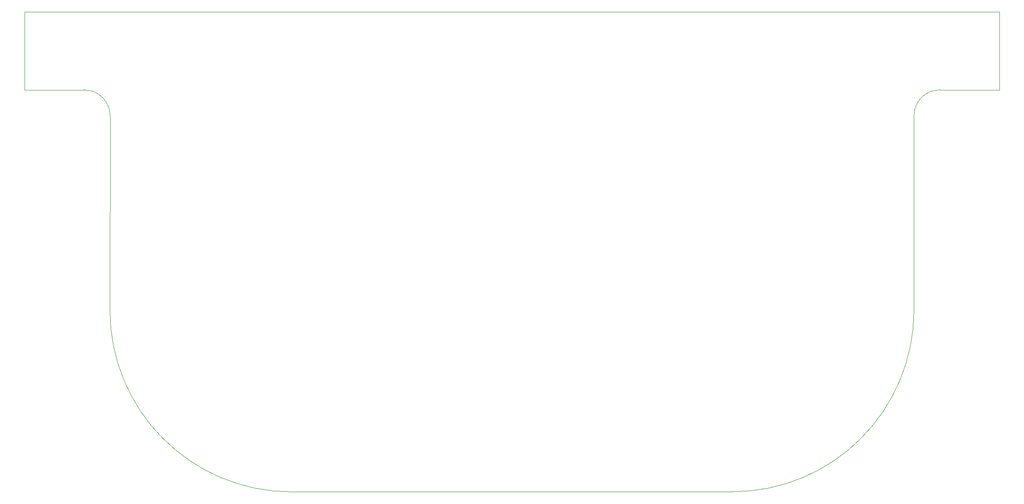
<source format=gbr>
G04 #@! TF.GenerationSoftware,KiCad,Pcbnew,5.1.6*
G04 #@! TF.CreationDate,2020-07-21T22:51:07-05:00*
G04 #@! TF.ProjectId,mobile-steno,6d6f6269-6c65-42d7-9374-656e6f2e6b69,rev?*
G04 #@! TF.SameCoordinates,Original*
G04 #@! TF.FileFunction,Profile,NP*
%FSLAX46Y46*%
G04 Gerber Fmt 4.6, Leading zero omitted, Abs format (unit mm)*
G04 Created by KiCad (PCBNEW 5.1.6) date 2020-07-21 22:51:07*
%MOMM*%
%LPD*%
G01*
G04 APERTURE LIST*
G04 #@! TA.AperFunction,Profile*
%ADD10C,0.050000*%
G04 #@! TD*
G04 APERTURE END LIST*
D10*
X33411740Y-47650780D02*
G75*
G02*
X38411740Y-52650780I0J-5000000D01*
G01*
X193411740Y-52650780D02*
G75*
G02*
X198411740Y-47650780I5000000J0D01*
G01*
X73411740Y-125182908D02*
G75*
G02*
X38379612Y-90150780I0J35032128D01*
G01*
X193411740Y-90150780D02*
G75*
G02*
X158411740Y-125150780I-35000000J0D01*
G01*
X209911740Y-47650780D02*
X198411740Y-47650780D01*
X209911740Y-32650780D02*
X209911740Y-47650780D01*
X193411740Y-32650780D02*
X209911740Y-32650780D01*
X21911740Y-32650780D02*
X38411740Y-32650780D01*
X21911740Y-47650780D02*
X21911740Y-32650780D01*
X33411740Y-47650780D02*
X21911740Y-47650780D01*
X38379612Y-90150780D02*
X38411740Y-52650780D01*
X158411740Y-125150780D02*
X73411740Y-125182908D01*
X193411740Y-52650780D02*
X193411740Y-90150780D01*
X38411740Y-32650780D02*
X193411740Y-32650780D01*
M02*

</source>
